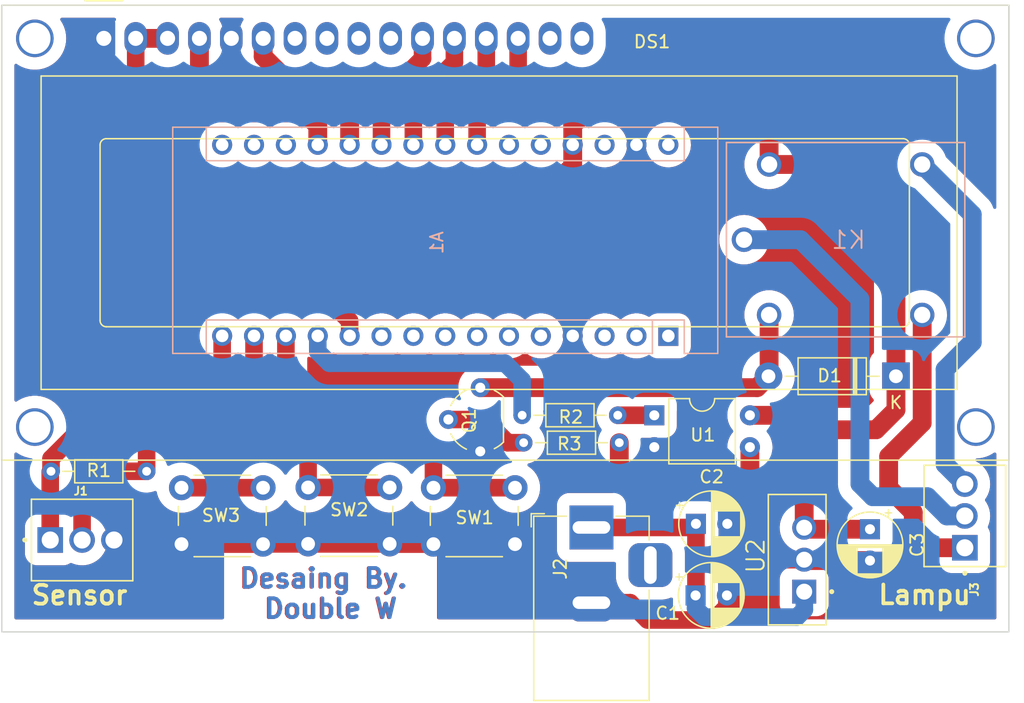
<source format=kicad_pcb>
(kicad_pcb (version 20211014) (generator pcbnew)
  (layers (0 "F.Cu" signal) (31 "B.Cu" signal) (34 "B.Paste" user) (35 "F.Paste" user) (36 "B.SilkS" user "B.Silkscreen") (37 "F.SilkS" user "F.Silkscreen") (38 "B.Mask" user) (39 "F.Mask" user) (44 "Edge.Cuts" user))
  (net 0 "")
  (net 6 "A0")
  (net 7 "GND")
  (net 8 "A1")
  (net 10 "A2")
  (net 12 "A3")
  (net 14 "A4")
  (net 16 "A5")
  (net 21 "D8")
  (net 22 "VCC")
  (net 23 "D9")
  (net 25 "D10")
  (net 26 "D11")
  (net 28 "D12")
  (net 30 "Net-(C1-Pad1)")
  (net 31 "Net-(D1-Pad2)")
  (net 38 "Net-(J3-Pad1)")
  (net 39 "Net-(J3-Pad2)")
  (net 40 "Net-(J3-Pad3)")
  (net 41 "Net-(Q1-Pad2)")
  (net 42 "Net-(R2-Pad1)")
  (net 43 "Net-(R3-Pad2)")
  (footprint "282834-3:TE_282834-3" (layer "F.Cu") (at 161.06 124.53 90)
    (fp_text reference "J3" (at -3.33 0.76 90) (layer "F.SilkS") (effects (font (size 0.640198 0.640198))))
    (fp_text value "Output Relay")
    (pad "1" thru_hole rect locked (at 0 0 90) (size 2.04 2.04) (drill 1.36) (layers *.Cu *.Mask) (net 38 "Net-(J3-Pad1)"))
    (pad "2" thru_hole circle locked (at 2.54 0 90) (size 2.04 2.04) (drill 1.36) (layers *.Cu *.Mask) (net 39 "Net-(J3-Pad2)"))
    (pad "3" thru_hole circle locked (at 5.08 0 90) (size 2.04 2.04) (drill 1.36) (layers *.Cu *.Mask) (net 40 "Net-(J3-Pad3)"))
  )
  (footprint "Connector_BarrelJack:BarrelJack_Horizontal" (layer "F.Cu") (at 131.3 122.91 90)
    (fp_text reference "J2" (at -3.3 -2.4825 90) (layer "F.SilkS"))
    (fp_text value "Jack-DC")
    (pad "1" thru_hole rect locked (at 0 0 90) (size 3.5 3.5) (drill oval 1 3) (layers *.Cu *.Mask) (net 30 "Net-(C1-Pad1)"))
    (pad "2" thru_hole roundrect locked (at -6 0 90) (size 3 3.5) (drill oval 1 3) (layers *.Cu *.Mask) (net 7 "GND"))
    (pad "3" thru_hole roundrect locked (at -3 4.7 90) (size 3.5 3.5) (drill oval 3 1) (layers *.Cu *.Mask))
  )
  (footprint "Resistor_THT:R_Axial_DIN0204_L3.6mm_D1.6mm_P7.62mm_Horizontal" (layer "F.Cu") (at 88.23 118.43)
    (fp_text reference "R1" (at 3.81 -0.06) (layer "F.SilkS"))
    (fp_text value "4K7")
    (pad "1" thru_hole circle locked (at 0 0) (size 1.4 1.4) (drill 0.7) (layers *.Cu *.Mask) (net 22 "VCC"))
    (pad "2" thru_hole oval locked (at 7.62 0) (size 1.4 1.4) (drill 0.7) (layers *.Cu *.Mask) (net 21 "D8"))
  )
  (footprint "Package_TO_SOT_THT:TO-92_Wide" (layer "F.Cu") (at 122.44 116.84 90)
    (fp_text reference "Q1" (at 2.45 -0.88 90) (layer "F.SilkS"))
    (fp_text value "2N3904")
    (pad "1" thru_hole rect locked (at 0 0 90) (size 1.5 1.5) (drill 0.8) (layers *.Cu *.Mask) (net 7 "GND"))
    (pad "2" thru_hole circle locked (at 2.54 -2.54 90) (size 1.5 1.5) (drill 0.8) (layers *.Cu *.Mask) (net 41 "Net-(Q1-Pad2)"))
    (pad "3" thru_hole circle locked (at 5.08 0 90) (size 1.5 1.5) (drill 0.8) (layers *.Cu *.Mask) (net 31 "Net-(D1-Pad2)"))
  )
  (footprint "Display:WC1602A" (layer "F.Cu") (at 92.44 83.9025)
    (fp_text reference "DS1" (at 43.69 0.2675) (layer "F.SilkS"))
    (fp_text value "WC1602A")
    (pad "" thru_hole circle locked (at 69.5 0) (size 3 3) (drill 2.5) (layers *.Cu *.Mask))
    (pad "" thru_hole circle locked (at 69.49948 31.0007) (size 3 3) (drill 2.5) (layers *.Cu *.Mask))
    (pad "" thru_hole circle locked (at -5.4991 0) (size 3 3) (drill 2.5) (layers *.Cu *.Mask))
    (pad "" thru_hole circle locked (at -5.4991 31.0007) (size 3 3) (drill 2.5) (layers *.Cu *.Mask))
    (pad "1" thru_hole rect locked (at 0 0) (size 1.8 2.6) (drill 1.2) (layers *.Cu *.Mask) (net 7 "GND"))
    (pad "2" thru_hole oval locked (at 2.54 0) (size 1.8 2.6) (drill 1.2) (layers *.Cu *.Mask) (net 22 "VCC"))
    (pad "3" thru_hole oval locked (at 5.08 0) (size 1.8 2.6) (drill 1.2) (layers *.Cu *.Mask) (net 22 "VCC"))
    (pad "4" thru_hole oval locked (at 7.62 0) (size 1.8 2.6) (drill 1.2) (layers *.Cu *.Mask) (net 6 "A0"))
    (pad "5" thru_hole oval locked (at 10.16 0) (size 1.8 2.6) (drill 1.2) (layers *.Cu *.Mask) (net 7 "GND"))
    (pad "6" thru_hole oval locked (at 12.7 0) (size 1.8 2.6) (drill 1.2) (layers *.Cu *.Mask) (net 8 "A1"))
    (pad "7" thru_hole oval locked (at 15.24 0) (size 1.8 2.6) (drill 1.2) (layers *.Cu *.Mask))
    (pad "8" thru_hole oval locked (at 17.78 0) (size 1.8 2.6) (drill 1.2) (layers *.Cu *.Mask))
    (pad "9" thru_hole oval locked (at 20.32 0) (size 1.8 2.6) (drill 1.2) (layers *.Cu *.Mask))
    (pad "10" thru_hole oval locked (at 22.86 0) (size 1.8 2.6) (drill 1.2) (layers *.Cu *.Mask))
    (pad "11" thru_hole oval locked (at 25.4 0) (size 1.8 2.6) (drill 1.2) (layers *.Cu *.Mask) (net 10 "A2"))
    (pad "12" thru_hole oval locked (at 27.94 0) (size 1.8 2.6) (drill 1.2) (layers *.Cu *.Mask) (net 12 "A3"))
    (pad "13" thru_hole oval locked (at 30.48 0) (size 1.8 2.6) (drill 1.2) (layers *.Cu *.Mask) (net 14 "A4"))
    (pad "14" thru_hole oval locked (at 33.02 0) (size 1.8 2.6) (drill 1.2) (layers *.Cu *.Mask) (net 16 "A5"))
    (pad "15" thru_hole oval locked (at 35.56 0) (size 1.8 2.6) (drill 1.2) (layers *.Cu *.Mask))
    (pad "16" thru_hole oval locked (at 38.1 0) (size 1.8 2.6) (drill 1.2) (layers *.Cu *.Mask))
  )
  (footprint "Button_Switch_THT:SW_PUSH_6mm" (layer "F.Cu") (at 125.21 124.24 180)
    (fp_text reference "SW1" (at 3.22 2.11) (layer "F.SilkS"))
    (fp_text value "Up")
    (pad "1" thru_hole circle locked (at 6.5 0 270) (size 2 2) (drill 1.1) (layers *.Cu *.Mask) (net 7 "GND"))
    (pad "1" thru_hole circle locked (at 0 0 270) (size 2 2) (drill 1.1) (layers *.Cu *.Mask) (net 7 "GND"))
    (pad "2" thru_hole circle locked (at 0 4.5 270) (size 2 2) (drill 1.1) (layers *.Cu *.Mask) (net 25 "D10"))
    (pad "2" thru_hole circle locked (at 6.5 4.5 270) (size 2 2) (drill 1.1) (layers *.Cu *.Mask) (net 25 "D10"))
  )
  (footprint "Capacitor_THT:CP_Radial_D5.0mm_P2.50mm" (layer "F.Cu") (at 139.6 128.33)
    (fp_text reference "C1" (at -2.22 1.42) (layer "F.SilkS"))
    (fp_text value "47uF")
    (pad "1" thru_hole rect locked (at 0 0) (size 1.6 1.6) (drill 0.8) (layers *.Cu *.Mask) (net 30 "Net-(C1-Pad1)"))
    (pad "2" thru_hole circle locked (at 2.5 0) (size 1.6 1.6) (drill 0.8) (layers *.Cu *.Mask) (net 7 "GND"))
  )
  (footprint "Button_Switch_THT:SW_PUSH_6mm" (layer "F.Cu") (at 115.22 124.22 180)
    (fp_text reference "SW2" (at 3.22 2.72) (layer "F.SilkS"))
    (fp_text value "Down")
    (pad "1" thru_hole circle locked (at 0 0 270) (size 2 2) (drill 1.1) (layers *.Cu *.Mask) (net 7 "GND"))
    (pad "1" thru_hole circle locked (at 6.5 0 270) (size 2 2) (drill 1.1) (layers *.Cu *.Mask) (net 7 "GND"))
    (pad "2" thru_hole circle locked (at 0 4.5 270) (size 2 2) (drill 1.1) (layers *.Cu *.Mask) (net 26 "D11"))
    (pad "2" thru_hole circle locked (at 6.5 4.5 270) (size 2 2) (drill 1.1) (layers *.Cu *.Mask) (net 26 "D11"))
  )
  (footprint "Capacitor_THT:CP_Radial_D5.0mm_P2.50mm" (layer "F.Cu") (at 139.63 122.62)
    (fp_text reference "C2" (at 1.25 -3.75) (layer "F.SilkS"))
    (fp_text value "10uF")
    (pad "1" thru_hole rect locked (at 0 0) (size 1.6 1.6) (drill 0.8) (layers *.Cu *.Mask) (net 30 "Net-(C1-Pad1)"))
    (pad "2" thru_hole circle locked (at 2.5 0) (size 1.6 1.6) (drill 0.8) (layers *.Cu *.Mask) (net 7 "GND"))
  )
  (footprint "Button_Switch_THT:SW_PUSH_6mm" (layer "F.Cu") (at 105.13 124.24 180)
    (fp_text reference "SW3" (at 3.35 2.29) (layer "F.SilkS"))
    (fp_text value "Select")
    (pad "1" thru_hole circle locked (at 6.5 0 270) (size 2 2) (drill 1.1) (layers *.Cu *.Mask) (net 7 "GND"))
    (pad "1" thru_hole circle locked (at 0 0 270) (size 2 2) (drill 1.1) (layers *.Cu *.Mask) (net 7 "GND"))
    (pad "2" thru_hole circle locked (at 0 4.5 270) (size 2 2) (drill 1.1) (layers *.Cu *.Mask) (net 28 "D12"))
    (pad "2" thru_hole circle locked (at 6.5 4.5 270) (size 2 2) (drill 1.1) (layers *.Cu *.Mask) (net 28 "D12"))
  )
  (footprint "Resistor_THT:R_Axial_DIN0204_L3.6mm_D1.6mm_P7.62mm_Horizontal" (layer "F.Cu") (at 133.4 113.96 180)
    (fp_text reference "R2" (at 3.74 -0.15) (layer "F.SilkS"))
    (fp_text value "470")
    (pad "1" thru_hole circle locked (at 0 0 180) (size 1.4 1.4) (drill 0.7) (layers *.Cu *.Mask) (net 42 "Net-(R2-Pad1)"))
    (pad "2" thru_hole oval locked (at 7.62 0 180) (size 1.4 1.4) (drill 0.7) (layers *.Cu *.Mask) (net 23 "D9"))
  )
  (footprint "Package_DIP:DIP-4_W7.62mm" (layer "F.Cu") (at 136.31 113.965)
    (fp_text reference "U1" (at 3.87 1.57) (layer "F.SilkS"))
    (fp_text value "PC817")
    (pad "1" thru_hole rect locked (at 0 0) (size 1.6 1.6) (drill 0.8) (layers *.Cu *.Mask) (net 42 "Net-(R2-Pad1)"))
    (pad "2" thru_hole oval locked (at 0 2.54) (size 1.6 1.6) (drill 0.8) (layers *.Cu *.Mask) (net 7 "GND"))
    (pad "3" thru_hole oval locked (at 7.62 2.54) (size 1.6 1.6) (drill 0.8) (layers *.Cu *.Mask) (net 43 "Net-(R3-Pad2)"))
    (pad "4" thru_hole oval locked (at 7.62 0) (size 1.6 1.6) (drill 0.8) (layers *.Cu *.Mask) (net 22 "VCC"))
  )
  (footprint "L7805CV:TO255P1040X460X1968-3" (layer "F.Cu") (at 148.258 128.03 90)
    (fp_text reference "U2" (at 2.85 -3.866 90) (layer "F.SilkS") (effects (font (size 1.4 1.4))))
    (fp_text value "L7805CV")
    (pad "1" thru_hole rect locked (at 0 0 90) (size 1.91 1.91) (drill 1.27) (layers *.Cu *.Mask) (net 30 "Net-(C1-Pad1)"))
    (pad "2" thru_hole circle locked (at 2.55 0 90) (size 1.91 1.91) (drill 1.27) (layers *.Cu *.Mask) (net 7 "GND"))
    (pad "3" thru_hole circle locked (at 5.1 0 90) (size 1.91 1.91) (drill 1.27) (layers *.Cu *.Mask) (net 22 "VCC"))
  )
  (footprint "Resistor_THT:R_Axial_DIN0204_L3.6mm_D1.6mm_P7.62mm_Horizontal" (layer "F.Cu") (at 125.9 116.15)
    (fp_text reference "R3" (at 3.64 0.09) (layer "F.SilkS"))
    (fp_text value "120")
    (pad "1" thru_hole circle locked (at 0 0) (size 1.4 1.4) (drill 0.7) (layers *.Cu *.Mask) (net 41 "Net-(Q1-Pad2)"))
    (pad "2" thru_hole oval locked (at 7.62 0) (size 1.4 1.4) (drill 0.7) (layers *.Cu *.Mask) (net 43 "Net-(R3-Pad2)"))
  )
  (footprint "Capacitor_THT:CP_Radial_D5.0mm_P2.50mm" (layer "F.Cu") (at 153.5 123.05 -90)
    (fp_text reference "C3" (at 1.25 -3.75 90) (layer "F.SilkS"))
    (fp_text value "0.1uF")
    (pad "1" thru_hole rect locked (at 0 0 270) (size 1.6 1.6) (drill 0.8) (layers *.Cu *.Mask) (net 22 "VCC"))
    (pad "2" thru_hole circle locked (at 2.5 0 270) (size 1.6 1.6) (drill 0.8) (layers *.Cu *.Mask) (net 7 "GND"))
  )
  (footprint "282834-3:TE_282834-3" (layer "F.Cu") (at 88.1685 123.91)
    (fp_text reference "J1" (at 2.433 -3.9) (layer "F.SilkS") (effects (font (size 0.640198 0.640198))))
    (fp_text value "Sensor Suhu")
    (pad "1" thru_hole rect locked (at 0 0) (size 2.04 2.04) (drill 1.36) (layers *.Cu *.Mask) (net 22 "VCC"))
    (pad "2" thru_hole circle locked (at 2.54 0) (size 2.04 2.04) (drill 1.36) (layers *.Cu *.Mask) (net 21 "D8"))
    (pad "3" thru_hole circle locked (at 5.08 0) (size 2.04 2.04) (drill 1.36) (layers *.Cu *.Mask) (net 7 "GND"))
  )
  (footprint "Diode_THT:D_DO-41_SOD81_P10.16mm_Horizontal" (layer "F.Cu") (at 155.57 110.85 180)
    (fp_text reference "D1" (at 5.29 0.04) (layer "F.SilkS"))
    (fp_text value "1N4007")
    (fp_text user "K" (at 0 -2.1) (layer "F.SilkS"))
    (pad "1" thru_hole rect locked (at 0 0 180) (size 2.2 2.2) (drill 1.1) (layers *.Cu *.Mask) (net 22 "VCC"))
    (pad "2" thru_hole oval locked (at 10.16 0 180) (size 2.2 2.2) (drill 1.1) (layers *.Cu *.Mask) (net 31 "Net-(D1-Pad2)"))
  )
  (footprint "Module:Arduino_Nano" (layer "B.Cu") (at 137.43 107.63 90)
    (fp_text reference "A1" (at 7.43 -18.45 90) (layer "B.SilkS") (effects (justify mirror)))
    (fp_text value "Arduino_Nano_v2.x")
    (pad "1" thru_hole rect locked (at 0 0 90) (size 1.6 1.6) (drill 1) (layers *.Cu *.Mask))
    (pad "2" thru_hole oval locked (at 0 -2.54 90) (size 1.6 1.6) (drill 1) (layers *.Cu *.Mask))
    (pad "3" thru_hole oval locked (at 0 -5.08 90) (size 1.6 1.6) (drill 1) (layers *.Cu *.Mask))
    (pad "4" thru_hole oval locked (at 0 -7.62 90) (size 1.6 1.6) (drill 1) (layers *.Cu *.Mask) (net 7 "GND"))
    (pad "5" thru_hole oval locked (at 0 -10.16 90) (size 1.6 1.6) (drill 1) (layers *.Cu *.Mask))
    (pad "6" thru_hole oval locked (at 0 -12.7 90) (size 1.6 1.6) (drill 1) (layers *.Cu *.Mask))
    (pad "7" thru_hole oval locked (at 0 -15.24 90) (size 1.6 1.6) (drill 1) (layers *.Cu *.Mask))
    (pad "8" thru_hole oval locked (at 0 -17.78 90) (size 1.6 1.6) (drill 1) (layers *.Cu *.Mask))
    (pad "9" thru_hole oval locked (at 0 -20.32 90) (size 1.6 1.6) (drill 1) (layers *.Cu *.Mask))
    (pad "10" thru_hole oval locked (at 0 -22.86 90) (size 1.6 1.6) (drill 1) (layers *.Cu *.Mask))
    (pad "11" thru_hole oval locked (at 0 -25.4 90) (size 1.6 1.6) (drill 1) (layers *.Cu *.Mask) (net 21 "D8"))
    (pad "12" thru_hole oval locked (at 0 -27.94 90) (size 1.6 1.6) (drill 1) (layers *.Cu *.Mask) (net 23 "D9"))
    (pad "13" thru_hole oval locked (at 0 -30.48 90) (size 1.6 1.6) (drill 1) (layers *.Cu *.Mask) (net 25 "D10"))
    (pad "14" thru_hole oval locked (at 0 -33.02 90) (size 1.6 1.6) (drill 1) (layers *.Cu *.Mask) (net 26 "D11"))
    (pad "15" thru_hole oval locked (at 0 -35.56 90) (size 1.6 1.6) (drill 1) (layers *.Cu *.Mask) (net 28 "D12"))
    (pad "16" thru_hole oval locked (at 15.24 -35.56 90) (size 1.6 1.6) (drill 1) (layers *.Cu *.Mask))
    (pad "17" thru_hole oval locked (at 15.24 -33.02 90) (size 1.6 1.6) (drill 1) (layers *.Cu *.Mask))
    (pad "18" thru_hole oval locked (at 15.24 -30.48 90) (size 1.6 1.6) (drill 1) (layers *.Cu *.Mask))
    (pad "19" thru_hole oval locked (at 15.24 -27.94 90) (size 1.6 1.6) (drill 1) (layers *.Cu *.Mask) (net 6 "A0"))
    (pad "20" thru_hole oval locked (at 15.24 -25.4 90) (size 1.6 1.6) (drill 1) (layers *.Cu *.Mask) (net 8 "A1"))
    (pad "21" thru_hole oval locked (at 15.24 -22.86 90) (size 1.6 1.6) (drill 1) (layers *.Cu *.Mask) (net 10 "A2"))
    (pad "22" thru_hole oval locked (at 15.24 -20.32 90) (size 1.6 1.6) (drill 1) (layers *.Cu *.Mask) (net 12 "A3"))
    (pad "23" thru_hole oval locked (at 15.24 -17.78 90) (size 1.6 1.6) (drill 1) (layers *.Cu *.Mask) (net 14 "A4"))
    (pad "24" thru_hole oval locked (at 15.24 -15.24 90) (size 1.6 1.6) (drill 1) (layers *.Cu *.Mask) (net 16 "A5"))
    (pad "25" thru_hole oval locked (at 15.24 -12.7 90) (size 1.6 1.6) (drill 1) (layers *.Cu *.Mask))
    (pad "26" thru_hole oval locked (at 15.24 -10.16 90) (size 1.6 1.6) (drill 1) (layers *.Cu *.Mask))
    (pad "27" thru_hole oval locked (at 15.24 -7.62 90) (size 1.6 1.6) (drill 1) (layers *.Cu *.Mask) (net 22 "VCC"))
    (pad "28" thru_hole oval locked (at 15.24 -5.08 90) (size 1.6 1.6) (drill 1) (layers *.Cu *.Mask))
    (pad "29" thru_hole oval locked (at 15.24 -2.54 90) (size 1.6 1.6) (drill 1) (layers *.Cu *.Mask) (net 7 "GND"))
    (pad "30" thru_hole oval locked (at 15.24 0 90) (size 1.6 1.6) (drill 1) (layers *.Cu *.Mask))
  )
  (footprint "JQC-3F-1C-24VDC:RELAY_JQC-3F-1C-24VDC" (layer "B.Cu") (at 151.56 99.96 180)
    (fp_text reference "K1" (at -0.23 -0.02) (layer "B.SilkS") (effects (font (size 1.4 1.4)) (justify mirror)))
    (fp_text value "JQC-3F-1C-24VDC")
    (pad "COIL1" thru_hole circle locked (at 6.1 6 180) (size 1.95 1.95) (drill 1.3) (layers *.Cu *.Mask) (net 22 "VCC"))
    (pad "COIL2" thru_hole circle locked (at 6.1 -6 180) (size 1.95 1.95) (drill 1.3) (layers *.Cu *.Mask) (net 31 "Net-(D1-Pad2)"))
    (pad "COM" thru_hole circle locked (at 8.1 0 180) (size 1.95 1.95) (drill 1.3) (layers *.Cu *.Mask) (net 39 "Net-(J3-Pad2)"))
    (pad "NC" thru_hole circle locked (at -6.1 -6 180) (size 1.95 1.95) (drill 1.3) (layers *.Cu *.Mask) (net 38 "Net-(J3-Pad1)"))
    (pad "NO" thru_hole circle locked (at -6.1 6 180) (size 1.95 1.95) (drill 1.3) (layers *.Cu *.Mask) (net 40 "Net-(J3-Pad3)"))
  )
  (gr_poly (pts (xy 164.57 131.24) (xy 84.31 131.24) (xy 84.31 81.2625) (xy 164.57 81.2625)) (layer "Edge.Cuts") (width 0.1) (fill none))
  (gr_text "Desaing By. \nDouble W\n" (at 110.48 128.18) (layer "F.Cu") (effects (font (size 1.5 1.5) (thickness 0.3))))
  (gr_text "Desaing By. \nDouble W\n" (at 110.54 128.17) (layer "B.Cu") (effects (font (size 1.5 1.5) (thickness 0.3))))
  (gr_text "Lampu\n" (at 157.85 128.28) (layer "F.SilkS") (effects (font (size 1.5 1.5) (thickness 0.3))))
  (gr_text "Sensor" (at 90.5 128.31) (layer "F.SilkS") (effects (font (size 1.5 1.5) (thickness 0.3))))
  (segment (start 109.49 90.87) (end 109.49 92.39) (width 1.5) (layer "F.Cu") (net 6))
  (segment (start 100.06 83.9025) (end 100.06 88.82) (width 1.5) (layer "F.Cu") (net 6))
  (segment (start 108.47 89.85) (end 109.49 90.87) (width 1.5) (layer "F.Cu") (net 6))
  (segment (start 100.06 88.82) (end 101.09 89.85) (width 1.5) (layer "F.Cu") (net 6))
  (segment (start 101.09 89.85) (end 108.47 89.85) (width 1.5) (layer "F.Cu") (net 6))
  (segment (start 108.72 124.22) (end 105.15 124.22) (width 1.4) (layer "F.Cu") (net 7))
  (segment (start 148.328 125.55) (end 148.258 125.48) (width 1.5) (layer "F.Cu") (net 7))
  (segment (start 131.3 128.91) (end 134.39 128.91) (width 1.4) (layer "F.Cu") (net 7))
  (segment (start 142.13 128.3) (end 142.1 128.33) (width 1.4) (layer "F.Cu") (net 7))
  (segment (start 108.7 124.24) (end 108.72 124.22) (width 1.4) (layer "F.Cu") (net 7))
  (segment (start 135.77 130.29) (end 141.04 130.29) (width 1.4) (layer "F.Cu") (net 7))
  (segment (start 115.22 124.22) (end 108.72 124.22) (width 1.4) (layer "F.Cu") (net 7))
  (segment (start 134.39 128.91) (end 135.77 130.29) (width 1.4) (layer "F.Cu") (net 7))
  (segment (start 105.15 124.22) (end 105.13 124.24) (width 1.4) (layer "F.Cu") (net 7))
  (segment (start 125.21 124.24) (end 118.71 124.24) (width 1.4) (layer "F.Cu") (net 7))
  (segment (start 148.258 125.48) (end 142.24 125.48) (width 1.4) (layer "F.Cu") (net 7))
  (segment (start 141.04 130.29) (end 142.1 129.23) (width 1.4) (layer "F.Cu") (net 7))
  (segment (start 142.24 125.48) (end 142.13 125.59) (width 1.4) (layer "F.Cu") (net 7))
  (segment (start 118.71 124.24) (end 115.24 124.24) (width 1.4) (layer "F.Cu") (net 7))
  (segment (start 142.13 122.62) (end 142.13 125.59) (width 1.4) (layer "F.Cu") (net 7))
  (segment (start 93.2485 123.91) (end 98.3 123.91) (width 1.4) (layer "F.Cu") (net 7))
  (segment (start 142.1 129.23) (end 142.1 128.33) (width 1.4) (layer "F.Cu") (net 7))
  (segment (start 153.5 125.55) (end 148.328 125.55) (width 1.5) (layer "F.Cu") (net 7))
  (segment (start 98.63 124.24) (end 105.13 124.24) (width 1.4) (layer "F.Cu") (net 7))
  (segment (start 115.24 124.24) (end 115.22 124.22) (width 1.4) (layer "F.Cu") (net 7))
  (segment (start 142.13 125.59) (end 142.13 128.3) (width 1.4) (layer "F.Cu") (net 7))
  (segment (start 98.3 123.91) (end 98.63 124.24) (width 1.4) (layer "F.Cu") (net 7))
  (segment (start 125.21 126.72) (end 125.21 124.24) (width 1.4) (layer "B.Cu") (net 7))
  (segment (start 129.81 100.97) (end 134.89 95.89) (width 1.5) (layer "B.Cu") (net 7))
  (segment (start 142.13 117.62) (end 142.13 122.62) (width 1.5) (layer "B.Cu") (net 7))
  (segment (start 122.44 121.47) (end 125.21 124.24) (width 1.4) (layer "B.Cu") (net 7))
  (segment (start 136.31 117.94) (end 136.31 116.505) (width 1.5) (layer "B.Cu") (net 7))
  (segment (start 141.015 116.505) (end 142.13 117.62) (width 1.5) (layer "B.Cu") (net 7))
  (segment (start 129.81 107.63) (end 129.81 117.79) (width 1.5) (layer "B.Cu") (net 7))
  (segment (start 102.6 85.79) (end 102.6 83.9025) (width 1.5) (layer "B.Cu") (net 7))
  (segment (start 129.81 117.79) (end 131.13 119.11) (width 1.5) (layer "B.Cu") (net 7))
  (segment (start 92.44 83.9025) (end 92.44 85.4) (width 1.5) (layer "B.Cu") (net 7))
  (segment (start 94.21 87.17) (end 97.84 87.17) (width 1.5) (layer "B.Cu") (net 7))
  (segment (start 92.44 85.4) (end 94.21 87.17) (width 1.5) (layer "B.Cu") (net 7))
  (segment (start 129.81 107.63) (end 129.81 100.97) (width 1.5) (layer "B.Cu") (net 7))
  (segment (start 97.84 97.61) (end 97.84 87.17) (width 1.5) (layer "B.Cu") (net 7))
  (segment (start 122.44 116.84) (end 122.44 121.47) (width 1.4) (layer "B.Cu") (net 7))
  (segment (start 127.4 128.91) (end 125.21 126.72) (width 1.4) (layer "B.Cu") (net 7))
  (segment (start 101.22 87.17) (end 102.6 85.79) (width 1.5) (layer "B.Cu") (net 7))
  (segment (start 131.3 128.91) (end 127.4 128.91) (width 1.4) (layer "B.Cu") (net 7))
  (segment (start 101.2 100.97) (end 97.84 97.61) (width 1.5) (layer "B.Cu") (net 7))
  (segment (start 136.31 116.505) (end 141.015 116.505) (width 1.5) (layer "B.Cu") (net 7))
  (segment (start 131.13 119.11) (end 135.14 119.11) (width 1.5) (layer "B.Cu") (net 7))
  (segment (start 134.89 95.89) (end 134.89 92.39) (width 1.5) (layer "B.Cu") (net 7))
  (segment (start 135.14 119.11) (end 136.31 117.94) (width 1.5) (layer "B.Cu") (net 7))
  (segment (start 129.81 100.97) (end 101.2 100.97) (width 1.5) (layer "B.Cu") (net 7))
  (segment (start 97.84 87.17) (end 101.22 87.17) (width 1.5) (layer "B.Cu") (net 7))
  (segment (start 105.14 85.35) (end 107.03 87.24) (width 1.5) (layer "F.Cu") (net 8))
  (segment (start 110.12 87.24) (end 112.03 89.15) (width 1.5) (layer "F.Cu") (net 8))
  (segment (start 107.03 87.24) (end 110.12 87.24) (width 1.5) (layer "F.Cu") (net 8))
  (segment (start 112.03 89.15) (end 112.03 92.39) (width 1.5) (layer "F.Cu") (net 8))
  (segment (start 105.14 83.9025) (end 105.14 85.35) (width 1.5) (layer "F.Cu") (net 8))
  (segment (start 117.84 83.9025) (end 117.84 85.51) (width 1.4) (layer "F.Cu") (net 10))
  (segment (start 117.84 85.51) (end 114.57 88.78) (width 1.4) (layer "F.Cu") (net 10))
  (segment (start 114.57 88.78) (end 114.57 92.39) (width 1.4) (layer "F.Cu") (net 10))
  (segment (start 117.11 89.08) (end 117.11 92.39) (width 1.4) (layer "F.Cu") (net 12))
  (segment (start 120.38 83.9025) (end 120.38 85.81) (width 1.4) (layer "F.Cu") (net 12))
  (segment (start 120.38 85.81) (end 117.11 89.08) (width 1.4) (layer "F.Cu") (net 12))
  (segment (start 119.65 89.67) (end 119.65 92.39) (width 1.4) (layer "F.Cu") (net 14))
  (segment (start 122.92 86.4) (end 119.65 89.67) (width 1.4) (layer "F.Cu") (net 14))
  (segment (start 122.92 83.9025) (end 122.92 86.4) (width 1.4) (layer "F.Cu") (net 14))
  (segment (start 122.19 89.86) (end 122.19 92.39) (width 1.4) (layer "F.Cu") (net 16))
  (segment (start 125.46 83.9025) (end 125.46 86.59) (width 1.4) (layer "F.Cu") (net 16))
  (segment (start 125.46 86.59) (end 122.19 89.86) (width 1.4) (layer "F.Cu") (net 16))
  (segment (start 92.81 118.39) (end 92.85 118.43) (width 1.4) (layer "F.Cu") (net 21))
  (segment (start 95.85 107.97) (end 99.89 103.93) (width 1.4) (layer "F.Cu") (net 21))
  (segment (start 112.03 106.44) (end 112.03 107.63) (width 1.4) (layer "F.Cu") (net 21))
  (segment (start 99.89 103.93) (end 109.52 103.93) (width 1.4) (layer "F.Cu") (net 21))
  (segment (start 95.85 118.43) (end 95.85 107.97) (width 1.4) (layer "F.Cu") (net 21))
  (segment (start 92.85 118.43) (end 95.85 118.43) (width 1.4) (layer "F.Cu") (net 21))
  (segment (start 90.7085 120.4915) (end 92.81 118.39) (width 1.4) (layer "F.Cu") (net 21))
  (segment (start 109.52 103.93) (end 112.03 106.44) (width 1.4) (layer "F.Cu") (net 21))
  (segment (start 90.7085 123.91) (end 90.7085 120.4915) (width 1.4) (layer "F.Cu") (net 21))
  (segment (start 94.98 83.9025) (end 97.52 83.9025) (width 1.5) (layer "F.Cu") (net 22))
  (segment (start 127.34 96.56) (end 93.01 96.56) (width 1.5) (layer "F.Cu") (net 22))
  (segment (start 155.57 110.85) (end 155.57 113.53) (width 1.5) (layer "F.Cu") (net 22))
  (segment (start 131.56 89.07) (end 144.39 89.07) (width 1.5) (layer "F.Cu") (net 22))
  (segment (start 153.98 115.12) (end 148.29 115.12) (width 1.5) (layer "F.Cu") (net 22))
  (segment (start 155.57 113.53) (end 153.98 115.12) (width 1.5) (layer "F.Cu") (net 22))
  (segment (start 148.29 115.12) (end 148.258 115.152) (width 1.5) (layer "F.Cu") (net 22))
  (segment (start 147.135 113.965) (end 148.29 115.12) (width 1.5) (layer "F.Cu") (net 22))
  (segment (start 88.23 118.43) (end 88.23 117.42) (width 1.4) (layer "F.Cu") (net 22))
  (segment (start 129.81 92.39) (end 129.81 90.82) (width 1.5) (layer "F.Cu") (net 22))
  (segment (start 145.46 90.14) (end 145.46 93.96) (width 1.5) (layer "F.Cu") (net 22))
  (segment (start 149.16 93.96) (end 155.57 100.37) (width 1.5) (layer "F.Cu") (net 22))
  (segment (start 88.1685 123.91) (end 88.1685 118.4915) (width 1.4) (layer "F.Cu") (net 22))
  (segment (start 148.258 115.152) (end 148.258 122.93) (width 1.5) (layer "F.Cu") (net 22))
  (segment (start 93.01 88.44) (end 94.98 86.47) (width 1.4) (layer "F.Cu") (net 22))
  (segment (start 94.98 86.47) (end 94.98 83.9025) (width 1.4) (layer "F.Cu") (net 22))
  (segment (start 129.81 92.39) (end 129.81 94.09) (width 1.5) (layer "F.Cu") (net 22))
  (segment (start 93.01 96.56) (end 93.01 88.44) (width 1.4) (layer "F.Cu") (net 22))
  (segment (start 93.01 112.64) (end 93.01 96.56) (width 1.4) (layer "F.Cu") (net 22))
  (segment (start 88.1685 118.4915) (end 88.23 118.43) (width 1.4) (layer "F.Cu") (net 22))
  (segment (start 88.23 117.42) (end 93.01 112.64) (width 1.4) (layer "F.Cu") (net 22))
  (segment (start 155.57 100.37) (end 155.57 110.85) (width 1.5) (layer "F.Cu") (net 22))
  (segment (start 145.46 93.96) (end 149.16 93.96) (width 1.5) (layer "F.Cu") (net 22))
  (segment (start 143.93 113.965) (end 147.135 113.965) (width 1.5) (layer "F.Cu") (net 22))
  (segment (start 129.81 90.82) (end 131.56 89.07) (width 1.5) (layer "F.Cu") (net 22))
  (segment (start 153.5 123.05) (end 148.378 123.05) (width 1.5) (layer "F.Cu") (net 22))
  (segment (start 144.39 89.07) (end 145.46 90.14) (width 1.5) (layer "F.Cu") (net 22))
  (segment (start 148.378 123.05) (end 148.258 122.93) (width 1.5) (layer "F.Cu") (net 22))
  (segment (start 129.81 94.09) (end 127.34 96.56) (width 1.5) (layer "F.Cu") (net 22))
  (segment (start 124.42 109.81) (end 110.41 109.81) (width 1.4) (layer "B.Cu") (net 23))
  (segment (start 125.78 113.96) (end 125.78 111.17) (width 1.4) (layer "B.Cu") (net 23))
  (segment (start 125.78 111.17) (end 124.42 109.81) (width 1.4) (layer "B.Cu") (net 23))
  (segment (start 110.41 109.81) (end 109.49 108.89) (width 1.4) (layer "B.Cu") (net 23))
  (segment (start 109.49 108.89) (end 109.49 107.63) (width 1.4) (layer "B.Cu") (net 23))
  (segment (start 106.95 111.54) (end 110.03 114.62) (width 1.4) (layer "F.Cu") (net 25))
  (segment (start 110.03 114.62) (end 116.47 114.62) (width 1.4) (layer "F.Cu") (net 25))
  (segment (start 118.71 116.86) (end 118.71 119.74) (width 1.4) (layer "F.Cu") (net 25))
  (segment (start 116.47 114.62) (end 118.71 116.86) (width 1.4) (layer "F.Cu") (net 25))
  (segment (start 106.95 107.63) (end 106.95 111.54) (width 1.4) (layer "F.Cu") (net 25))
  (segment (start 118.71 119.74) (end 125.21 119.74) (width 1.4) (layer "F.Cu") (net 25))
  (segment (start 104.41 107.63) (end 104.41 114.27) (width 1.4) (layer "F.Cu") (net 26))
  (segment (start 108.72 119.72) (end 115.22 119.72) (width 1.4) (layer "F.Cu") (net 26))
  (segment (start 108.25 115.82) (end 108.72 116.29) (width 1.4) (layer "F.Cu") (net 26))
  (segment (start 108.72 116.29) (end 108.72 119.72) (width 1.4) (layer "F.Cu") (net 26))
  (segment (start 104.41 114.27) (end 105.96 115.82) (width 1.4) (layer "F.Cu") (net 26))
  (segment (start 105.96 115.82) (end 108.25 115.82) (width 1.4) (layer "F.Cu") (net 26))
  (segment (start 115.22 119.72) (end 115.26 119.68) (width 1.5) (layer "B.Cu") (net 26))
  (segment (start 98.63 119.74) (end 101.69 119.74) (width 1.4) (layer "F.Cu") (net 28))
  (segment (start 101.87 119.56) (end 101.69 119.74) (width 1.4) (layer "F.Cu") (net 28))
  (segment (start 101.87 107.63) (end 101.87 119.56) (width 1.4) (layer "F.Cu") (net 28))
  (segment (start 101.69 119.74) (end 105.13 119.74) (width 1.4) (layer "F.Cu") (net 28))
  (segment (start 139.63 128.3) (end 139.6 128.33) (width 1.4) (layer "F.Cu") (net 30))
  (segment (start 131.3 122.91) (end 139.34 122.91) (width 1.4) (layer "F.Cu") (net 30))
  (segment (start 139.34 122.91) (end 139.63 122.62) (width 1.4) (layer "F.Cu") (net 30))
  (segment (start 139.63 122.62) (end 139.63 128.3) (width 1.4) (layer "F.Cu") (net 30))
  (segment (start 148.27 128.042) (end 148.258 128.03) (width 1.4) (layer "B.Cu") (net 30))
  (segment (start 148.27 129.47) (end 148.27 128.042) (width 1.4) (layer "B.Cu") (net 30))
  (segment (start 139.6 129.36) (end 140.3 130.06) (width 1.4) (layer "B.Cu") (net 30))
  (segment (start 140.3 130.06) (end 147.68 130.06) (width 1.4) (layer "B.Cu") (net 30))
  (segment (start 147.68 130.06) (end 148.27 129.47) (width 1.4) (layer "B.Cu") (net 30))
  (segment (start 139.6 128.33) (end 139.6 129.36) (width 1.4) (layer "B.Cu") (net 30))
  (segment (start 144.5 111.76) (end 122.44 111.76) (width 1.5) (layer "F.Cu") (net 31))
  (segment (start 144.5 111.76) (end 145.41 110.85) (width 1.5) (layer "F.Cu") (net 31))
  (segment (start 145.46 105.96) (end 145.46 110.8) (width 1.5) (layer "F.Cu") (net 31))
  (segment (start 145.46 110.8) (end 145.41 110.85) (width 1.5) (layer "F.Cu") (net 31))
  (segment (start 154.99 119.75) (end 156.95 121.71) (width 1.5) (layer "F.Cu") (net 38))
  (segment (start 157.66 105.96) (end 157.66 114.57) (width 1.5) (layer "F.Cu") (net 38))
  (segment (start 156.95 121.71) (end 156.95 124.06) (width 1.5) (layer "F.Cu") (net 38))
  (segment (start 154.99 117.24) (end 154.99 119.75) (width 1.5) (layer "F.Cu") (net 38))
  (segment (start 157.66 114.57) (end 154.99 117.24) (width 1.5) (layer "F.Cu") (net 38))
  (segment (start 156.95 124.06) (end 157.42 124.53) (width 1.5) (layer "F.Cu") (net 38))
  (segment (start 157.42 124.53) (end 161.06 124.53) (width 1.5) (layer "F.Cu") (net 38))
  (segment (start 159.617503 121.99) (end 161.06 121.99) (width 1.5) (layer "B.Cu") (net 39))
  (segment (start 158.087503 120.46) (end 159.617503 121.99) (width 1.5) (layer "B.Cu") (net 39))
  (segment (start 152.7 104.7) (end 152.7 119.43) (width 1.5) (layer "B.Cu") (net 39))
  (segment (start 152.7 119.43) (end 153.73 120.46) (width 1.5) (layer "B.Cu") (net 39))
  (segment (start 153.73 120.46) (end 158.087503 120.46) (width 1.5) (layer "B.Cu") (net 39))
  (segment (start 147.96 99.96) (end 152.7 104.7) (width 1.5) (layer "B.Cu") (net 39))
  (segment (start 143.46 99.96) (end 147.96 99.96) (width 1.5) (layer "B.Cu") (net 39))
  (segment (start 161.06 119.45) (end 159.489969 117.879969) (width 1.5) (layer "B.Cu") (net 40))
  (segment (start 161.65 97.95) (end 161.65 108.14) (width 1.5) (layer "B.Cu") (net 40))
  (segment (start 161.65 97.95) (end 157.66 93.96) (width 1.5) (layer "B.Cu") (net 40))
  (segment (start 159.489969 117.879969) (end 159.489969 110.300031) (width 1.5) (layer "B.Cu") (net 40))
  (segment (start 159.489969 110.300031) (end 161.65 108.14) (width 1.5) (layer "B.Cu") (net 40))
  (segment (start 124.619511 116.15) (end 125.9 116.15) (width 1.4) (layer "F.Cu") (net 41))
  (segment (start 122.66 114.33) (end 122.799511 114.33) (width 1.4) (layer "F.Cu") (net 41))
  (segment (start 119.9 114.3) (end 122.63 114.3) (width 1.4) (layer "F.Cu") (net 41))
  (segment (start 122.799511 114.33) (end 124.619511 116.15) (width 1.4) (layer "F.Cu") (net 41))
  (segment (start 122.63 114.3) (end 122.66 114.33) (width 1.4) (layer "F.Cu") (net 41))
  (segment (start 136.305 113.96) (end 136.31 113.965) (width 1.4) (layer "F.Cu") (net 42))
  (segment (start 133.4 113.96) (end 136.305 113.96) (width 1.4) (layer "F.Cu") (net 42))
  (segment (start 143.93 118.38) (end 143.93 116.505) (width 1.5) (layer "F.Cu") (net 43))
  (segment (start 133.52 117.92) (end 134.75 119.15) (width 1.5) (layer "F.Cu") (net 43))
  (segment (start 143.95 118.4) (end 143.93 118.38) (width 1.5) (layer "F.Cu") (net 43))
  (segment (start 143.2 119.15) (end 143.95 118.4) (width 1.5) (layer "F.Cu") (net 43))
  (segment (start 134.75 119.15) (end 143.2 119.15) (width 1.5) (layer "F.Cu") (net 43))
  (segment (start 133.52 116.15) (end 133.52 117.92) (width 1.5) (layer "F.Cu") (net 43))
  (zone (net 7) (net_name "GND") (layers F&B.Cu) (connect_pads yes (clearance 1)) (min_thickness 0.254) (fill yes (thermal_gap 0.508) (thermal_bridge_width 0.508))
    (polygon (pts (xy 164.57 131.24) (xy 84.3 131.24) (xy 84.3 81.27) (xy 164.57 81.27)))
  )
)
</source>
